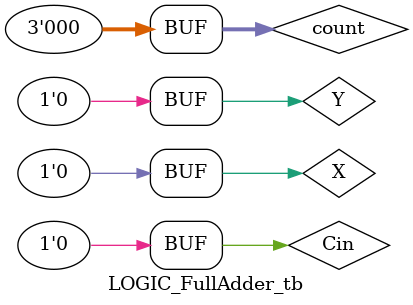
<source format=v>

`timescale 1ns / 1ps

module LOGIC_FullAdder_tb();
	// Inputs
	reg[2:0] count;
	wire X;
	wire Y;
	wire Cin;
	
	assign X = count[0];
	assign Y = count[1];
	assign Cin = count[2];

	// Output
   wire Sum;
   wire Cout;	

	// Instantiate the UUT
   FullAdder UUT (
		.X(X), 
		.Y(Y), 
		.Cin(Cin), 
		.Sum(Sum), 
		.Cout(Cout)		
   );
	// Initialize Inputs
   
   initial begin
		count = 0;
		#20;
		repeat (8) begin
			count = count + 1;
			#20;
		end   
	end
endmodule

</source>
